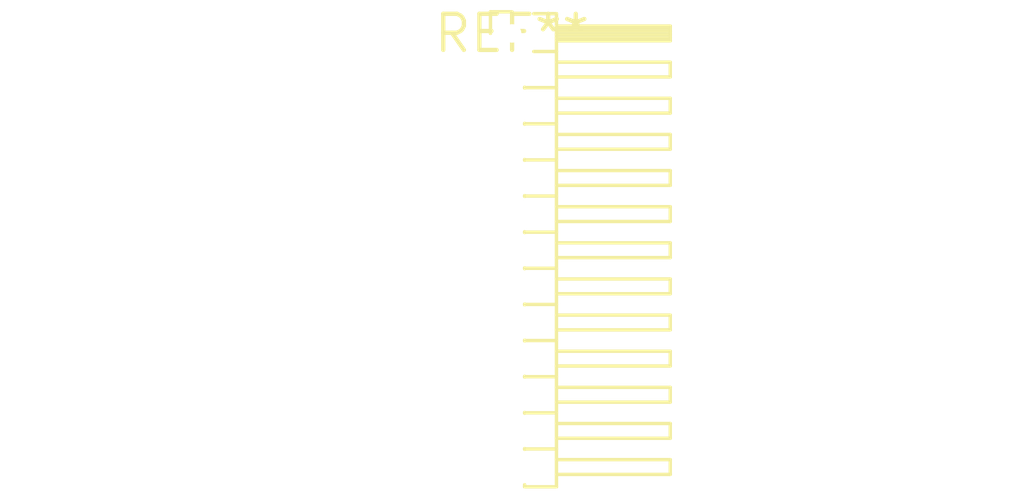
<source format=kicad_pcb>
(kicad_pcb (version 20240108) (generator pcbnew)
  (layers (0 "F.Cu" signal) (31 "B.Cu" signal) (34 "B.Paste" user) (35 "F.Paste" user) (36 "B.SilkS" user "B.Silkscreen") (37 "F.SilkS" user "F.Silkscreen") (38 "B.Mask" user) (39 "F.Mask" user) (44 "Edge.Cuts" user))
  (net 0 "")
  (footprint "PinHeader_1x13_P1.27mm_Horizontal" (layer "F.Cu") (at 0 0)
    (property "Reference" "REF**")
    (property "Value" "PinHeader_1x13_P1.27mm_Horizontal")
    (fp_line (start -0.76 -0.76) (end 0 -0.76) (layer "F.SilkS") (stroke (width 0.12)))
    (fp_line (start -0.76 0) (end -0.76 -0.76) (layer "F.SilkS") (stroke (width 0.12)))
    (fp_line (start 0.44 1.889677) (end 0.44 1.920323) (layer "F.SilkS") (stroke (width 0.12)))
    (fp_line (start 0.44 1.905) (end 1.56 1.905) (layer "F.SilkS") (stroke (width 0.12)))
    (fp_line (start 0.44 3.159677) (end 0.44 3.190323) (layer "F.SilkS") (stroke (width 0.12)))
    (fp_line (start 0.44 3.175) (end 1.56 3.175) (layer "F.SilkS") (stroke (width 0.12)))
    (fp_line (start 0.44 4.429677) (end 0.44 4.460323) (layer "F.SilkS") (stroke (width 0.12)))
    (fp_line (start 0.44 4.445) (end 1.56 4.445) (layer "F.SilkS") (stroke (width 0.12)))
    (fp_line (start 0.44 5.699677) (end 0.44 5.730323) (layer "F.SilkS") (stroke (width 0.12)))
    (fp_line (start 0.44 5.715) (end 1.56 5.715) (layer "F.SilkS") (stroke (width 0.12)))
    (fp_line (start 0.44 6.969677) (end 0.44 7.000323) (layer "F.SilkS") (stroke (width 0.12)))
    (fp_line (start 0.44 6.985) (end 1.56 6.985) (layer "F.SilkS") (stroke (width 0.12)))
    (fp_line (start 0.44 8.239677) (end 0.44 8.270323) (layer "F.SilkS") (stroke (width 0.12)))
    (fp_line (start 0.44 8.255) (end 1.56 8.255) (layer "F.SilkS") (stroke (width 0.12)))
    (fp_line (start 0.44 9.509677) (end 0.44 9.540323) (layer "F.SilkS") (stroke (width 0.12)))
    (fp_line (start 0.44 9.525) (end 1.56 9.525) (layer "F.SilkS") (stroke (width 0.12)))
    (fp_line (start 0.44 10.779677) (end 0.44 10.810323) (layer "F.SilkS") (stroke (width 0.12)))
    (fp_line (start 0.44 10.795) (end 1.56 10.795) (layer "F.SilkS") (stroke (width 0.12)))
    (fp_line (start 0.44 12.049677) (end 0.44 12.080323) (layer "F.SilkS") (stroke (width 0.12)))
    (fp_line (start 0.44 12.065) (end 1.56 12.065) (layer "F.SilkS") (stroke (width 0.12)))
    (fp_line (start 0.44 13.319677) (end 0.44 13.350323) (layer "F.SilkS") (stroke (width 0.12)))
    (fp_line (start 0.44 13.335) (end 1.56 13.335) (layer "F.SilkS") (stroke (width 0.12)))
    (fp_line (start 0.44 14.589677) (end 0.44 14.620323) (layer "F.SilkS") (stroke (width 0.12)))
    (fp_line (start 0.44 14.605) (end 1.56 14.605) (layer "F.SilkS") (stroke (width 0.12)))
    (fp_line (start 0.44 15.935) (end 0.44 15.859677) (layer "F.SilkS") (stroke (width 0.12)))
    (fp_line (start 0.76 -0.695) (end 1.56 -0.695) (layer "F.SilkS") (stroke (width 0.12)))
    (fp_line (start 0.76 0.635) (end 1.56 0.635) (layer "F.SilkS") (stroke (width 0.12)))
    (fp_line (start 1.56 -0.695) (end 1.56 15.935) (layer "F.SilkS") (stroke (width 0.12)))
    (fp_line (start 1.56 -0.26) (end 5.56 -0.26) (layer "F.SilkS") (stroke (width 0.12)))
    (fp_line (start 1.56 -0.2) (end 5.56 -0.2) (layer "F.SilkS") (stroke (width 0.12)))
    (fp_line (start 1.56 -0.08) (end 5.56 -0.08) (layer "F.SilkS") (stroke (width 0.12)))
    (fp_line (start 1.56 0.04) (end 5.56 0.04) (layer "F.SilkS") (stroke (width 0.12)))
    (fp_line (start 1.56 0.16) (end 5.56 0.16) (layer "F.SilkS") (stroke (width 0.12)))
    (fp_line (start 1.56 1.01) (end 5.56 1.01) (layer "F.SilkS") (stroke (width 0.12)))
    (fp_line (start 1.56 2.28) (end 5.56 2.28) (layer "F.SilkS") (stroke (width 0.12)))
    (fp_line (start 1.56 3.55) (end 5.56 3.55) (layer "F.SilkS") (stroke (width 0.12)))
    (fp_line (start 1.56 4.82) (end 5.56 4.82) (layer "F.SilkS") (stroke (width 0.12)))
    (fp_line (start 1.56 6.09) (end 5.56 6.09) (layer "F.SilkS") (stroke (width 0.12)))
    (fp_line (start 1.56 7.36) (end 5.56 7.36) (layer "F.SilkS") (stroke (width 0.12)))
    (fp_line (start 1.56 8.63) (end 5.56 8.63) (layer "F.SilkS") (stroke (width 0.12)))
    (fp_line (start 1.56 9.9) (end 5.56 9.9) (layer "F.SilkS") (stroke (width 0.12)))
    (fp_line (start 1.56 11.17) (end 5.56 11.17) (layer "F.SilkS") (stroke (width 0.12)))
    (fp_line (start 1.56 12.44) (end 5.56 12.44) (layer "F.SilkS") (stroke (width 0.12)))
    (fp_line (start 1.56 13.71) (end 5.56 13.71) (layer "F.SilkS") (stroke (width 0.12)))
    (fp_line (start 1.56 14.98) (end 5.56 14.98) (layer "F.SilkS") (stroke (width 0.12)))
    (fp_line (start 1.56 15.935) (end 0.44 15.935) (layer "F.SilkS") (stroke (width 0.12)))
    (fp_line (start 5.56 -0.26) (end 5.56 0.26) (layer "F.SilkS") (stroke (width 0.12)))
    (fp_line (start 5.56 0.26) (end 1.56 0.26) (layer "F.SilkS") (stroke (width 0.12)))
    (fp_line (start 5.56 1.01) (end 5.56 1.53) (layer "F.SilkS") (stroke (width 0.12)))
    (fp_line (start 5.56 1.53) (end 1.56 1.53) (layer "F.SilkS") (stroke (width 0.12)))
    (fp_line (start 5.56 2.28) (end 5.56 2.8) (layer "F.SilkS") (stroke (width 0.12)))
    (fp_line (start 5.56 2.8) (end 1.56 2.8) (layer "F.SilkS") (stroke (width 0.12)))
    (fp_line (start 5.56 3.55) (end 5.56 4.07) (layer "F.SilkS") (stroke (width 0.12)))
    (fp_line (start 5.56 4.07) (end 1.56 4.07) (layer "F.SilkS") (stroke (width 0.12)))
    (fp_line (start 5.56 4.82) (end 5.56 5.34) (layer "F.SilkS") (stroke (width 0.12)))
    (fp_line (start 5.56 5.34) (end 1.56 5.34) (layer "F.SilkS") (stroke (width 0.12)))
    (fp_line (start 5.56 6.09) (end 5.56 6.61) (layer "F.SilkS") (stroke (width 0.12)))
    (fp_line (start 5.56 6.61) (end 1.56 6.61) (layer "F.SilkS") (stroke (width 0.12)))
    (fp_line (start 5.56 7.36) (end 5.56 7.88) (layer "F.SilkS") (stroke (width 0.12)))
    (fp_line (start 5.56 7.88) (end 1.56 7.88) (layer "F.SilkS") (stroke (width 0.12)))
    (fp_line (start 5.56 8.63) (end 5.56 9.15) (layer "F.SilkS") (stroke (width 0.12)))
    (fp_line (start 5.56 9.15) (end 1.56 9.15) (layer "F.SilkS") (stroke (width 0.12)))
    (fp_line (start 5.56 9.9) (end 5.56 10.42) (layer "F.SilkS") (stroke (width 0.12)))
    (fp_line (start 5.56 10.42) (end 1.56 10.42) (layer "F.SilkS") (stroke (width 0.12)))
    (fp_line (start 5.56 11.17) (end 5.56 11.69) (layer "F.SilkS") (stroke (width 0.12)))
    (fp_line (start 5.56 11.69) (end 1.56 11.69) (layer "F.SilkS") (stroke (width 0.12)))
    (fp_line (start 5.56 12.44) (end 5.56 12.96) (layer "F.SilkS") (stroke (width 0.12)))
    (fp_line (start 5.56 12.96) (end 1.56 12.96) (layer "F.SilkS") (stroke (width 0.12)))
    (fp_line (start 5.56 13.71) (end 5.56 14.23) (layer "F.SilkS") (stroke (width 0.12)))
    (fp_line (start 5.56 14.23) (end 1.56 14.23) (layer "F.SilkS") (stroke (width 0.12)))
    (fp_line (start 5.56 14.98) (end 5.56 15.5) (layer "F.SilkS") (stroke (width 0.12)))
    (fp_line (start 5.56 15.5) (end 1.56 15.5) (layer "F.SilkS") (stroke (width 0.12)))
    (pad "1" thru_hole rect (at 0 0) (size 1 1) (drill 0.65) (layers *.Cu *.Mask) (remove_unused_layers))
    (pad "2" thru_hole oval (at 0 1.27) (size 1 1) (drill 0.65) (layers *.Cu *.Mask) (remove_unused_layers))
    (pad "3" thru_hole oval (at 0 2.54) (size 1 1) (drill 0.65) (layers *.Cu *.Mask) (remove_unused_layers))
    (pad "4" thru_hole oval (at 0 3.81) (size 1 1) (drill 0.65) (layers *.Cu *.Mask) (remove_unused_layers))
    (pad "5" thru_hole oval (at 0 5.08) (size 1 1) (drill 0.65) (layers *.Cu *.Mask) (remove_unused_layers))
    (pad "6" thru_hole oval (at 0 6.35) (size 1 1) (drill 0.65) (layers *.Cu *.Mask) (remove_unused_layers))
    (pad "7" thru_hole oval (at 0 7.62) (size 1 1) (drill 0.65) (layers *.Cu *.Mask) (remove_unused_layers))
    (pad "8" thru_hole oval (at 0 8.89) (size 1 1) (drill 0.65) (layers *.Cu *.Mask) (remove_unused_layers))
    (pad "9" thru_hole oval (at 0 10.16) (size 1 1) (drill 0.65) (layers *.Cu *.Mask) (remove_unused_layers))
    (pad "10" thru_hole oval (at 0 11.43) (size 1 1) (drill 0.65) (layers *.Cu *.Mask) (remove_unused_layers))
    (pad "11" thru_hole oval (at 0 12.7) (size 1 1) (drill 0.65) (layers *.Cu *.Mask) (remove_unused_layers))
    (pad "12" thru_hole oval (at 0 13.97) (size 1 1) (drill 0.65) (layers *.Cu *.Mask) (remove_unused_layers))
    (pad "13" thru_hole oval (at 0 15.24) (size 1 1) (drill 0.65) (layers *.Cu *.Mask) (remove_unused_layers))
  )
)
</source>
